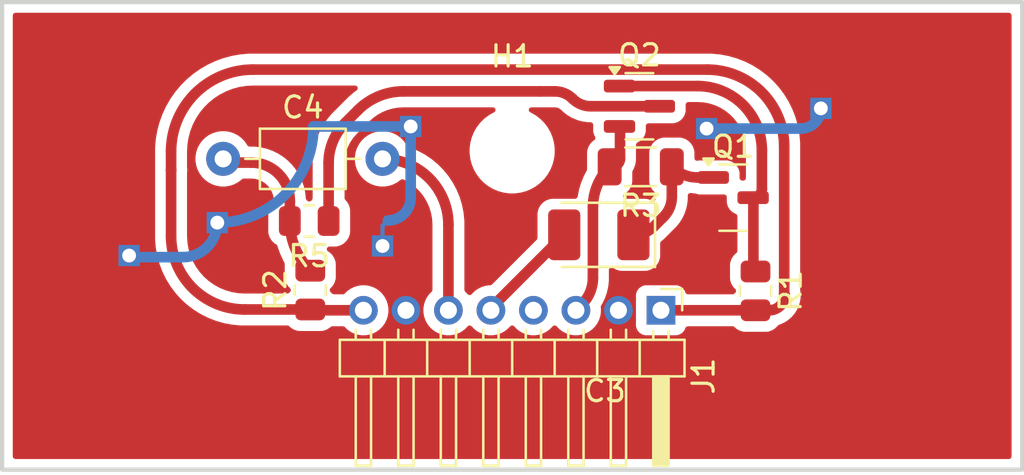
<source format=kicad_pcb>
(kicad_pcb (version 20241229) (generator "pcbnew") (generator_version "9.0")
  (layers (0 "F.Cu" signal) (2 "B.Cu" signal) (13 "F.Paste" user) (15 "B.Paste" user) (5 "F.SilkS" user "F.Silkscreen") (7 "B.SilkS" user "B.Silkscreen") (1 "F.Mask" user) (3 "B.Mask" user) (25 "Edge.Cuts" user))
  (net 0 "")
  (net 1 "FuzzIn")
  (net 2 "Net-(Q1-B)")
  (net 3 "Net-(C4-Pad1)")
  (net 4 "GND")
  (net 5 "9V")
  (net 6 "FuzzOut")
  (net 7 "potFuzz")
  (net 9 "Net-(Q1-C)")
  (net 10 "Net-(Q2-C)")
  (footprint "Connector_PinHeader_1.27mm:PinHeader_1x01_P1.27mm_Vertical" (layer "F.Cu") (at 102.725 80.85)
    (property "Reference" "REF**" (hide yes))
    (property "Value" "PinHeader_1x01_P1.27mm_Vertical" (hide yes))
    (pad "1" thru_hole rect (at 0 0) (size 1 1) (drill 0.65) (layers "*.Cu" "*.Mask") (net 4 "GND"))
  )
  (footprint "Connector_PinHeader_2.00mm:PinHeader_1x08_P2.00mm_Horizontal" (layer "F.Cu") (at 114.5 89.5 -90)
    (property "Reference" "J1" (at 3.1 -2 90) (layer "F.SilkS"))
    (property "Value" "Conn_01x08")
    (fp_line (start 1.39 15.11) (end 3.11 15.11) (stroke (width 0.12)) (layer "F.SilkS"))
    (fp_line (start 3.11 15.11) (end 3.11 -1.11) (stroke (width 0.12)) (layer "F.SilkS"))
    (fp_line (start 0.916856 14.36) (end 1.39 14.36) (stroke (width 0.12)) (layer "F.SilkS"))
    (fp_line (start 7.31 14.36) (end 3.11 14.36) (stroke (width 0.12)) (layer "F.SilkS"))
    (fp_line (start 0.916856 13.64) (end 1.39 13.64) (stroke (width 0.12)) (layer "F.SilkS"))
    (fp_line (start 3.11 13.64) (end 7.31 13.64) (stroke (width 0.12)) (layer "F.SilkS"))
    (fp_line (start 7.31 13.64) (end 7.31 14.36) (stroke (width 0.12)) (layer "F.SilkS"))
    (fp_line (start 1.39 13) (end 3.11 13) (stroke (width 0.12)) (layer "F.SilkS"))
    (fp_line (start 0.916856 12.36) (end 1.39 12.36) (stroke (width 0.12)) (layer "F.SilkS"))
    (fp_line (start 7.31 12.36) (end 3.11 12.36) (stroke (width 0.12)) (layer "F.SilkS"))
    (fp_line (start 0.916856 11.64) (end 1.39 11.64) (stroke (width 0.12)) (layer "F.SilkS"))
    (fp_line (start 3.11 11.64) (end 7.31 11.64) (stroke (width 0.12)) (layer "F.SilkS"))
    (fp_line (start 7.31 11.64) (end 7.31 12.36) (stroke (width 0.12)) (layer "F.SilkS"))
    (fp_line (start 1.39 11) (end 3.11 11) (stroke (width 0.12)) (layer "F.SilkS"))
    (fp_line (start 0.916856 10.36) (end 1.39 10.36) (stroke (width 0.12)) (layer "F.SilkS"))
    (fp_line (start 7.31 10.36) (end 3.11 10.36) (stroke (width 0.12)) (layer "F.SilkS"))
    (fp_line (start 0.916856 9.64) (end 1.39 9.64) (stroke (width 0.12)) (layer "F.SilkS"))
    (fp_line (start 3.11 9.64) (end 7.31 9.64) (stroke (width 0.12)) (layer "F.SilkS"))
    (fp_line (start 7.31 9.64) (end 7.31 10.36) (stroke (width 0.12)) (layer "F.SilkS"))
    (fp_line (start 1.39 9) (end 3.11 9) (stroke (width 0.12)) (layer "F.SilkS"))
    (fp_line (start 0.916856 8.36) (end 1.39 8.36) (stroke (width 0.12)) (layer "F.SilkS"))
    (fp_line (start 7.31 8.36) (end 3.11 8.36) (stroke (width 0.12)) (layer "F.SilkS"))
    (fp_line (start 0.916856 7.64) (end 1.39 7.64) (stroke (width 0.12)) (layer "F.SilkS"))
    (fp_line (start 3.11 7.64) (end 7.31 7.64) (stroke (width 0.12)) (layer "F.SilkS"))
    (fp_line (start 7.31 7.64) (end 7.31 8.36) (stroke (width 0.12)) (layer "F.SilkS"))
    (fp_line (start 1.39 7) (end 3.11 7) (stroke (width 0.12)) (layer "F.SilkS"))
    (fp_line (start 0.916856 6.36) (end 1.39 6.36) (stroke (width 0.12)) (layer "F.SilkS"))
    (fp_line (start 7.31 6.36) (end 3.11 6.36) (stroke (width 0.12)) (layer "F.SilkS"))
    (fp_line (start 0.916856 5.64) (end 1.39 5.64) (stroke (width 0.12)) (layer "F.SilkS"))
    (fp_line (start 3.11 5.64) (end 7.31 5.64) (stroke (width 0.12)) (layer "F.SilkS"))
    (fp_line (start 7.31 5.64) (end 7.31 6.36) (stroke (width 0.12)) (layer "F.SilkS"))
    (fp_line (start 1.39 5) (end 3.11 5) (stroke (width 0.12)) (layer "F.SilkS"))
    (fp_line (start 0.916856 4.36) (end 1.39 4.36) (stroke (width 0.12)) (layer "F.SilkS"))
    (fp_line (start 7.31 4.36) (end 3.11 4.36) (stroke (width 0.12)) (layer "F.SilkS"))
    (fp_line (start 0.916856 3.64) (end 1.39 3.64) (stroke (width 0.12)) (layer "F.SilkS"))
    (fp_line (start 3.11 3.64) (end 7.31 3.64) (stroke (width 0.12)) (layer "F.SilkS"))
    (fp_line (start 7.31 3.64) (end 7.31 4.36) (stroke (width 0.12)) (layer "F.SilkS"))
    (fp_line (start 1.39 3) (end 3.11 3) (stroke (width 0.12)) (layer "F.SilkS"))
    (fp_line (start 0.916856 2.36) (end 1.39 2.36) (stroke (width 0.12)) (layer "F.SilkS"))
    (fp_line (start 7.31 2.36) (end 3.11 2.36) (stroke (width 0.12)) (layer "F.SilkS"))
    (fp_line (start 0.916856 1.64) (end 1.39 1.64) (stroke (width 0.12)) (layer "F.SilkS"))
    (fp_line (start 3.11 1.64) (end 7.31 1.64) (stroke (width 0.12)) (layer "F.SilkS"))
    (fp_line (start 7.31 1.64) (end 7.31 2.36) (stroke (width 0.12)) (layer "F.SilkS"))
    (fp_line (start 1.39 1) (end 3.11 1) (stroke (width 0.12)) (layer "F.SilkS"))
    (fp_line (start 0.985 0.36) (end 1.39 0.36) (stroke (width 0.12)) (layer "F.SilkS"))
    (fp_line (start -1 0) (end -1 -1) (stroke (width 0.12)) (layer "F.SilkS"))
    (fp_line (start 0.985 -0.36) (end 1.39 -0.36) (stroke (width 0.12)) (layer "F.SilkS"))
    (fp_line (start -1 -1) (end 0 -1) (stroke (width 0.12)) (layer "F.SilkS"))
    (fp_line (start 1.39 -1.11) (end 1.39 15.11) (stroke (width 0.12)) (layer "F.SilkS"))
    (fp_line (start 3.11 -1.11) (end 1.39 -1.11) (stroke (width 0.12)) (layer "F.SilkS"))
    (fp_rect (start 3.11 -0.36) (end 7.31 0.36) (stroke (width 0.12)) (fill yes) (layer "F.SilkS"))
    (pad "1" thru_hole rect (at 0 0 270) (size 1.35 1.35) (drill 0.8) (layers "*.Cu" "*.Mask") (net 5 "9V"))
    (pad "2" thru_hole circle (at 0 2 270) (size 1.35 1.35) (drill 0.8) (layers "*.Cu" "*.Mask") (net 4 "GND"))
    (pad "3" thru_hole circle (at 0 4 270) (size 1.35 1.35) (drill 0.8) (layers "*.Cu" "*.Mask") (net 7 "potFuzz"))
    (pad "4" thru_hole circle (at 0 6 270) (size 1.35 1.35) (drill 0.8) (layers "*.Cu" "*.Mask"))
    (pad "5" thru_hole circle (at 0 8 270) (size 1.35 1.35) (drill 0.8) (layers "*.Cu" "*.Mask") (net 1 "FuzzIn"))
    (pad "6" thru_hole circle (at 0 10 270) (size 1.35 1.35) (drill 0.8) (layers "*.Cu" "*.Mask") (net 6 "FuzzOut"))
    (pad "7" thru_hole circle (at 0 12 270) (size 1.35 1.35) (drill 0.8) (layers "*.Cu" "*.Mask") (net 4 "GND"))
    (pad "8" thru_hole circle (at 0 14 270) (size 1.35 1.35) (drill 0.8) (layers "*.Cu" "*.Mask") (net 5 "9V"))
  )
  (footprint "Resistor_SMD:R_1206_3216Metric" (layer "F.Cu") (at 113.55 82.75 180)
    (property "Reference" "R3" (at 0 -1.83 0) (layer "F.SilkS"))
    (property "Value" "100k")
    (fp_line (start -0.727064 0.91) (end 0.727064 0.91) (stroke (width 0.12)) (layer "F.SilkS"))
    (fp_line (start -0.727064 -0.91) (end 0.727064 -0.91) (stroke (width 0.12)) (layer "F.SilkS"))
    (pad "1" smd roundrect (at -1.4625 0 180) (size 1.125 1.75) (layers "F.Cu" "F.Mask" "F.Paste") (roundrect_rratio 0.222222) (net 2 "Net-(Q1-B)"))
    (pad "2" smd roundrect (at 1.4625 0 180) (size 1.125 1.75) (layers "F.Cu" "F.Mask" "F.Paste") (roundrect_rratio 0.222222) (net 7 "potFuzz"))
  )
  (footprint "Resistor_SMD:R_0805_2012Metric" (layer "F.Cu") (at 98 88.55 90)
    (property "Reference" "R2" (at 0 -1.65 90) (layer "F.SilkS"))
    (property "Value" "330")
    (fp_line (start -0.227064 -0.735) (end 0.227064 -0.735) (stroke (width 0.12)) (layer "F.SilkS"))
    (fp_line (start -0.227064 0.735) (end 0.227064 0.735) (stroke (width 0.12)) (layer "F.SilkS"))
    (pad "1" smd roundrect (at -0.9125 0 90) (size 1.025 1.4) (layers "F.Cu" "F.Mask" "F.Paste") (roundrect_rratio 0.243902) (net 5 "9V"))
    (pad "2" smd roundrect (at 0.9125 0 90) (size 1.025 1.4) (layers "F.Cu" "F.Mask" "F.Paste") (roundrect_rratio 0.243902) (net 3 "Net-(C4-Pad1)"))
  )
  (footprint "Capacitor_THT:C_Axial_L3.8mm_D2.6mm_P7.50mm_Horizontal" (layer "F.Cu") (at 93.9 82.375)
    (property "Reference" "C4" (at 3.75 -2.42 0) (layer "F.SilkS"))
    (property "Value" "0.01u")
    (fp_line (start 1.04 0) (end 1.73 0) (stroke (width 0.12)) (layer "F.SilkS"))
    (fp_line (start 6.46 0) (end 5.77 0) (stroke (width 0.12)) (layer "F.SilkS"))
    (fp_rect (start 1.73 -1.42) (end 5.77 1.42) (stroke (width 0.12)) (fill no) (layer "F.SilkS"))
    (pad "1" thru_hole circle (at 0 0) (size 1.6 1.6) (drill 0.8) (layers "*.Cu" "*.Mask") (net 3 "Net-(C4-Pad1)"))
    (pad "2" thru_hole circle (at 7.5 0) (size 1.6 1.6) (drill 0.8) (layers "*.Cu" "*.Mask") (net 6 "FuzzOut"))
  )
  (footprint "" (layer "F.Cu") (at 116.65 80.95)
    (property "Reference" "" (at 0 0 0) (layer "F.SilkS") (effects (font (size 1.27 1.27))))
    (property "Value" "")
    (pad "1" thru_hole rect (at 0 0) (size 1 1) (drill 0.65) (layers "*.Cu" "*.Mask") (net 4 "GND"))
  )
  (footprint "Package_TO_SOT_SMD:SOT-23" (layer "F.Cu") (at 113.4875 79.9)
    (property "Reference" "Q2" (at 0 -2.4 0) (layer "F.SilkS"))
    (property "Value" "SS8050")
    (fp_line (start 0 -1.56) (end -0.65 -1.56) (stroke (width 0.12)) (layer "F.SilkS"))
    (fp_line (start 0 -1.56) (end 0.65 -1.56) (stroke (width 0.12)) (layer "F.SilkS"))
    (fp_line (start 0 1.56) (end -0.65 1.56) (stroke (width 0.12)) (layer "F.SilkS"))
    (fp_line (start 0 1.56) (end 0.65 1.56) (stroke (width 0.12)) (layer "F.SilkS"))
    (fp_poly (pts (xy -1.1625 -1.51) (xy -1.4025 -1.84) (xy -0.9225 -1.84)) (stroke (width 0.12)) (fill yes) (layer "F.SilkS"))
    (pad "1" smd roundrect (at -0.9375 -0.95) (size 1.475 0.6) (layers "F.Cu" "F.Mask" "F.Paste") (net 9 "Net-(Q1-C)"))
    (pad "2" smd roundrect (at -0.9375 0.95) (size 1.475 0.6) (layers "F.Cu" "F.Mask" "F.Paste") (net 7 "potFuzz"))
    (pad "3" smd roundrect (at 0.9375 0) (size 1.475 0.6) (layers "F.Cu" "F.Mask" "F.Paste") (net 10 "Net-(Q2-C)"))
  )
  (footprint "Capacitor_Tantalum_SMD:CP_EIA-3528-21_Kemet-B_HandSolder" (layer "F.Cu") (at 111.5775 85.95 180)
    (property "Reference" "C3" (at -0.2875 -7.35 0) (layer "F.SilkS"))
    (property "Value" "2.2u")
    (fp_line (start 1.75 -1.51) (end -2.645 -1.51) (stroke (width 0.12)) (layer "F.SilkS"))
    (fp_line (start -2.645 1.51) (end 1.75 1.51) (stroke (width 0.12)) (layer "F.SilkS"))
    (fp_line (start -2.645 -1.51) (end -2.645 1.51) (stroke (width 0.12)) (layer "F.SilkS"))
    (pad "1" smd roundrect (at -1.6275 0 180) (size 1.515 2.39) (layers "F.Cu" "F.Mask" "F.Paste") (roundrect_rratio 0.165017) (net 2 "Net-(Q1-B)"))
    (pad "2" smd roundrect (at 1.6275 0 180) (size 1.515 2.39) (layers "F.Cu" "F.Mask" "F.Paste") (roundrect_rratio 0.165017) (net 1 "FuzzIn"))
  )
  (footprint "Resistor_SMD:R_0805_2012Metric" (layer "F.Cu") (at 97.95 85.3 180)
    (property "Reference" "R5" (at 0 -1.65 0) (layer "F.SilkS"))
    (property "Value" "8.2k")
    (fp_line (start -0.227064 0.735) (end 0.227064 0.735) (stroke (width 0.12)) (layer "F.SilkS"))
    (fp_line (start -0.227064 -0.735) (end 0.227064 -0.735) (stroke (width 0.12)) (layer "F.SilkS"))
    (pad "1" smd roundrect (at -0.9125 0 180) (size 1.025 1.4) (layers "F.Cu" "F.Mask" "F.Paste") (roundrect_rratio 0.243902) (net 10 "Net-(Q2-C)"))
    (pad "2" smd roundrect (at 0.9125 0 180) (size 1.025 1.4) (layers "F.Cu" "F.Mask" "F.Paste") (roundrect_rratio 0.243902) (net 3 "Net-(C4-Pad1)"))
  )
  (footprint "" (layer "F.Cu") (at 122.025 80)
    (property "Reference" "" (at 0 0 0) (layer "F.SilkS") (effects (font (size 1.27 1.27))))
    (property "Value" "")
    (pad "1" thru_hole rect (at 0 0) (size 1 1) (drill 0.65) (layers "*.Cu" "*.Mask") (net 4 "GND"))
  )
  (footprint "" (layer "F.Cu") (at 101.4 86.475)
    (property "Reference" "" (at 0 0 0) (layer "F.SilkS") (effects (font (size 1.27 1.27))))
    (property "Value" "")
    (pad "1" thru_hole rect (at 0 0) (size 1 1) (drill 0.65) (layers "*.Cu" "*.Mask") (net 4 "GND"))
  )
  (footprint "" (layer "F.Cu") (at 89.475 86.925)
    (property "Reference" "" (at 0 0 0) (layer "F.SilkS") (effects (font (size 1.27 1.27))))
    (property "Value" "")
    (pad "1" thru_hole rect (at 0 0) (size 1 1) (drill 0.65) (layers "*.Cu" "*.Mask") (net 4 "GND"))
  )
  (footprint "MountingHole:MountingHole_3.5mm" (layer "F.Cu") (at 107.5 82)
    (property "Reference" "H1" (at 0 -4.45 0) (layer "F.SilkS"))
    (property "Value" "MountingHole")
    (pad "" np_thru_hole circle (at 0 0) (size 3.5 3.5) (drill 3.5) (layers "*.Cu" "*.Mask"))
  )
  (footprint "Package_TO_SOT_SMD:SOT-23" (layer "F.Cu") (at 117.9 84.2)
    (property "Reference" "Q1" (at 0 -2.4 0) (layer "F.SilkS"))
    (property "Value" "SS8050")
    (fp_line (start 0 -1.56) (end -0.65 -1.56) (stroke (width 0.12)) (layer "F.SilkS"))
    (fp_line (start 0 -1.56) (end 0.65 -1.56) (stroke (width 0.12)) (layer "F.SilkS"))
    (fp_line (start 0 1.56) (end -0.65 1.56) (stroke (width 0.12)) (layer "F.SilkS"))
    (fp_line (start 0 1.56) (end 0.65 1.56) (stroke (width 0.12)) (layer "F.SilkS"))
    (fp_poly (pts (xy -1.1625 -1.51) (xy -1.4025 -1.84) (xy -0.9225 -1.84)) (stroke (width 0.12)) (fill yes) (layer "F.SilkS"))
    (pad "1" smd roundrect (at -0.9375 -0.95) (size 1.475 0.6) (layers "F.Cu" "F.Mask" "F.Paste") (net 2 "Net-(Q1-B)"))
    (pad "2" smd roundrect (at -0.9375 0.95) (size 1.475 0.6) (layers "F.Cu" "F.Mask" "F.Paste") (net 4 "GND"))
    (pad "3" smd roundrect (at 0.9375 0) (size 1.475 0.6) (layers "F.Cu" "F.Mask" "F.Paste") (net 9 "Net-(Q1-C)"))
  )
  (footprint "Resistor_SMD:R_0805_2012Metric" (layer "F.Cu") (at 118.95 88.5875 -90)
    (property "Reference" "R1" (at 0 -1.65 90) (layer "F.SilkS"))
    (property "Value" "33k")
    (fp_line (start -0.227064 0.735) (end 0.227064 0.735) (stroke (width 0.12)) (layer "F.SilkS"))
    (fp_line (start -0.227064 -0.735) (end 0.227064 -0.735) (stroke (width 0.12)) (layer "F.SilkS"))
    (pad "1" smd roundrect (at -0.9125 0 270) (size 1.025 1.4) (layers "F.Cu" "F.Mask" "F.Paste") (roundrect_rratio 0.243902) (net 9 "Net-(Q1-C)"))
    (pad "2" smd roundrect (at 0.9125 0 270) (size 1.025 1.4) (layers "F.Cu" "F.Mask" "F.Paste") (roundrect_rratio 0.243902) (net 5 "9V"))
  )
  (footprint "Connector_PinHeader_1.27mm:PinHeader_1x01_P1.27mm_Vertical" (layer "F.Cu") (at 93.625 85.375)
    (property "Reference" "REF**" (hide yes))
    (property "Value" "PinHeader_1x01_P1.27mm_Vertical" (hide yes))
    (pad "1" thru_hole rect (at 0 0) (size 1 1) (drill 0.65) (layers "*.Cu" "*.Mask") (net 4 "GND"))
  )
  (gr_rect (start 83.5 75) (end 131.5 97) (stroke (width 0.2)) (fill no) (layer "Edge.Cuts"))
  (segment (start 106.570711 89.32929) (end 109.95 85.95) (width 0.5) (layer "F.Cu") (net 1))
  (arc (start 106.5 89.5) (mid 106.518377 89.407612) (end 106.570711 89.32929) (width 0.5) (layer "F.Cu") (net 1))
  (segment (start 114.178051 85.546949) (end 114.625 85.1) (width 0.5) (layer "F.Cu") (net 2))
  (segment (start 115.0125 84.164492) (end 115.0125 82.75) (width 0.5) (layer "F.Cu") (net 2))
  (segment (start 116.9625 83.25) (end 116.219607 83.25) (width 0.5) (layer "F.Cu") (net 2))
  (arc (start 116.219607 83.25) (mid 115.566325 83.120055) (end 115.0125 82.75) (width 0.5) (layer "F.Cu") (net 2))
  (arc (start 113.205 85.95) (mid 113.731611 85.84525) (end 114.178051 85.546949) (width 0.5) (layer "F.Cu") (net 2))
  (arc (start 114.625 85.1) (mid 114.911792 84.670785) (end 115.0125 84.164492) (width 0.5) (layer "F.Cu") (net 2))
  (segment (start 95.225 82.55) (end 94.075 82.55) (width 0.5) (layer "F.Cu") (net 3))
  (segment (start 97.0375 85.3) (end 97.0375 84.3625) (width 0.5) (layer "F.Cu") (net 3))
  (segment (start 97.0375 85.3) (end 97.0375 85.313819) (width 0.5) (layer "F.Cu") (net 3))
  (arc (start 97.0375 85.313819) (mid 97.287646 86.571386) (end 98 87.6375) (width 0.5) (layer "F.Cu") (net 3))
  (arc (start 94.075 82.55) (mid 93.951256 82.498744) (end 93.9 82.375) (width 0.5) (layer "F.Cu") (net 3))
  (arc (start 97.0375 84.3625) (mid 96.506631 83.080869) (end 95.225 82.55) (width 0.5) (layer "F.Cu") (net 3))
  (segment (start 101.4 86.475) (end 101.4 85.525) (width 0.2) (layer "B.Cu") (net 4))
  (segment (start 102.725 84.2) (end 102.725 80.85) (width 0.5) (layer "B.Cu") (net 4))
  (segment (start 98.149995 80.850005) (end 98.149995 80.85) (width 0.5) (layer "B.Cu") (net 4))
  (segment (start 98.149995 80.85) (end 102.725 80.85) (width 0.5) (layer "B.Cu") (net 4))
  (segment (start 101.4 85.525) (end 101.65 85.275) (width 0.2) (layer "B.Cu") (net 4))
  (segment (start 116.65 80.95) (end 121.075 80.95) (width 0.5) (layer "B.Cu") (net 4))
  (segment (start 89.55 87) (end 89.475 86.925) (width 0.5) (layer "B.Cu") (net 4))
  (segment (start 92 87) (end 89.55 87) (width 0.5) (layer "B.Cu") (net 4))
  (arc (start 93.625 85.375) (mid 96.824655 84.04966) (end 98.149995 80.850005) (width 0.5) (layer "B.Cu") (net 4))
  (arc (start 101.65 85.275) (mid 102.41014 84.96014) (end 102.725 84.2) (width 0.5) (layer "B.Cu") (net 4))
  (arc (start 92 87) (mid 93.149049 86.524049) (end 93.625 85.375) (width 0.5) (layer "B.Cu") (net 4))
  (arc (start 121.075 80.95) (mid 121.746751 80.671751) (end 122.025 80) (width 0.5) (layer "B.Cu") (net 4))
  (segment (start 119.6 89.5) (end 118.95 89.5) (width 0.5) (layer "F.Cu") (net 5))
  (segment (start 91.450002 86.006632) (end 91.45 82.912504) (width 0.5) (layer "F.Cu") (net 5))
  (segment (start 98.0375 89.5) (end 98 89.4625) (width 0.5) (layer "F.Cu") (net 5))
  (segment (start 120.3 81.802626) (end 120.3 88.75) (width 0.5) (layer "F.Cu") (net 5))
  (segment (start 98 89.4625) (end 94.905872 89.4625) (width 0.5) (layer "F.Cu") (net 5))
  (segment (start 118.95 89.5) (end 114.5 89.5) (width 0.5) (layer "F.Cu") (net 5))
  (segment (start 91.45 82.912504) (end 91.458096 82.904408) (width 0.5) (layer "F.Cu") (net 5))
  (segment (start 91.449999 82.904408) (end 91.449999 82.031884) (width 0.5) (layer "F.Cu") (net 5))
  (segment (start 100.45 89.45) (end 100.5 89.5) (width 0.5) (layer "F.Cu") (net 5))
  (segment (start 91.458096 82.904408) (end 91.449999 82.904408) (width 0.5) (layer "F.Cu") (net 5))
  (segment (start 95.30688 78.175) (end 116.672374 78.175) (width 0.5) (layer "F.Cu") (net 5))
  (segment (start 100.5 89.5) (end 98.0375 89.5) (width 0.5) (layer "F.Cu") (net 5))
  (arc (start 116.672374 78.175) (mid 119.237493 79.237507) (end 120.3 81.802626) (width 0.5) (layer "F.Cu") (net 5))
  (arc (start 120.3 88.75) (mid 120.307322 88.767678) (end 120.325 88.775) (width 0.5) (layer "F.Cu") (net 5))
  (arc (start 91.449999 82.031884) (mid 92.579652 79.304655) (end 95.30688 78.175) (width 0.5) (layer "F.Cu") (net 5))
  (arc (start 94.905872 89.4625) (mid 92.462204 88.4503) (end 91.450002 86.006632) (width 0.5) (layer "F.Cu") (net 5))
  (arc (start 120.325 88.775) (mid 120.112652 89.287652) (end 119.6 89.5) (width 0.5) (layer "F.Cu") (net 5))
  (segment (start 104.5 89.5) (end 104.5 85.475) (width 0.5) (layer "F.Cu") (net 6))
  (arc (start 104.5 85.475) (mid 103.592031 83.282969) (end 101.4 82.375) (width 0.5) (layer "F.Cu") (net 6))
  (segment (start 111.3 87.975) (end 111.3 84.651193) (width 0.5) (layer "F.Cu") (net 7))
  (segment (start 110.5 89.5) (end 110.787348 89.212652) (width 0.5) (layer "F.Cu") (net 7))
  (segment (start 112.0875 82.75) (end 112.175 82.75) (width 0.5) (layer "F.Cu") (net 7))
  (segment (start 112.575 82.35) (end 112.575 80.875) (width 0.5) (layer "F.Cu") (net 7))
  (arc (start 111.3 84.651193) (mid 111.504664 83.622275) (end 112.0875 82.75) (width 0.5) (layer "F.Cu") (net 7))
  (arc (start 112.575 80.875) (mid 112.567678 80.857322) (end 112.55 80.85) (width 0.5) (layer "F.Cu") (net 7))
  (arc (start 112.175 82.75) (mid 112.457843 82.632843) (end 112.575 82.35) (width 0.5) (layer "F.Cu") (net 7))
  (arc (start 110.787348 89.212652) (mid 111.166766 88.644812) (end 111.3 87.975) (width 0.5) (layer "F.Cu") (net 7))
  (segment (start 112.55 78.95) (end 116.225 78.95) (width 0.5) (layer "F.Cu") (net 9))
  (segment (start 118.85 84.2125) (end 118.85 87.575) (width 0.5) (layer "F.Cu") (net 9))
  (segment (start 119.25 81.975) (end 119.25 83.7875) (width 0.5) (layer "F.Cu") (net 9))
  (segment (start 118.85 87.575) (end 118.95 87.675) (width 0.5) (layer "F.Cu") (net 9))
  (segment (start 118.8375 84.2) (end 118.85 84.2125) (width 0.5) (layer "F.Cu") (net 9))
  (arc (start 119.25 83.7875) (mid 119.129182 84.079182) (end 118.8375 84.2) (width 0.5) (layer "F.Cu") (net 9))
  (arc (start 116.225 78.95) (mid 118.363998 79.836002) (end 119.25 81.975) (width 0.5) (layer "F.Cu") (net 9))
  (segment (start 108.825 79.2) (end 102.375 79.2) (width 0.5) (layer "F.Cu") (net 10))
  (segment (start 114.425 79.9) (end 114.142157 79.9) (width 0.5) (layer "F.Cu") (net 10))
  (segment (start 99.65 80.675) (end 100.241117 80.083883) (width 0.5) (layer "F.Cu") (net 10))
  (segment (start 114.425 79.9) (end 111.194975 79.9) (width 0.5) (layer "F.Cu") (net 10))
  (segment (start 98.8625 85.3) (end 98.8625 82.576193) (width 0.5) (layer "F.Cu") (net 10))
  (segment (start 109.505025 79.2) (end 108.825 79.2) (width 0.5) (layer "F.Cu") (net 10))
  (arc (start 100.241117 80.083883) (mid 101.220151 79.429714) (end 102.375 79.2) (width 0.5) (layer "F.Cu") (net 10))
  (arc (start 111.194975 79.9) (mid 110.737677 79.809038) (end 110.35 79.55) (width 0.5) (layer "F.Cu") (net 10))
  (arc (start 98.8625 82.576193) (mid 99.067164 81.547275) (end 99.65 80.675) (width 0.5) (layer "F.Cu") (net 10))
  (arc (start 110.35 79.55) (mid 109.962322 79.290962) (end 109.505025 79.2) (width 0.5) (layer "F.Cu") (net 10))
  (zone (net 4) (net_name "GND") (layer "F.Cu") (connect_pads (clearance 0.5)) (min_thickness 0.25) (fill yes (thermal_gap 0.5) (thermal_bridge_width 0.5))
    (polygon (pts (xy 83.55 75.05) (xy 131.5 75) (xy 131.5 96.9) (xy 83.5 96.95)))
  )
)
</source>
